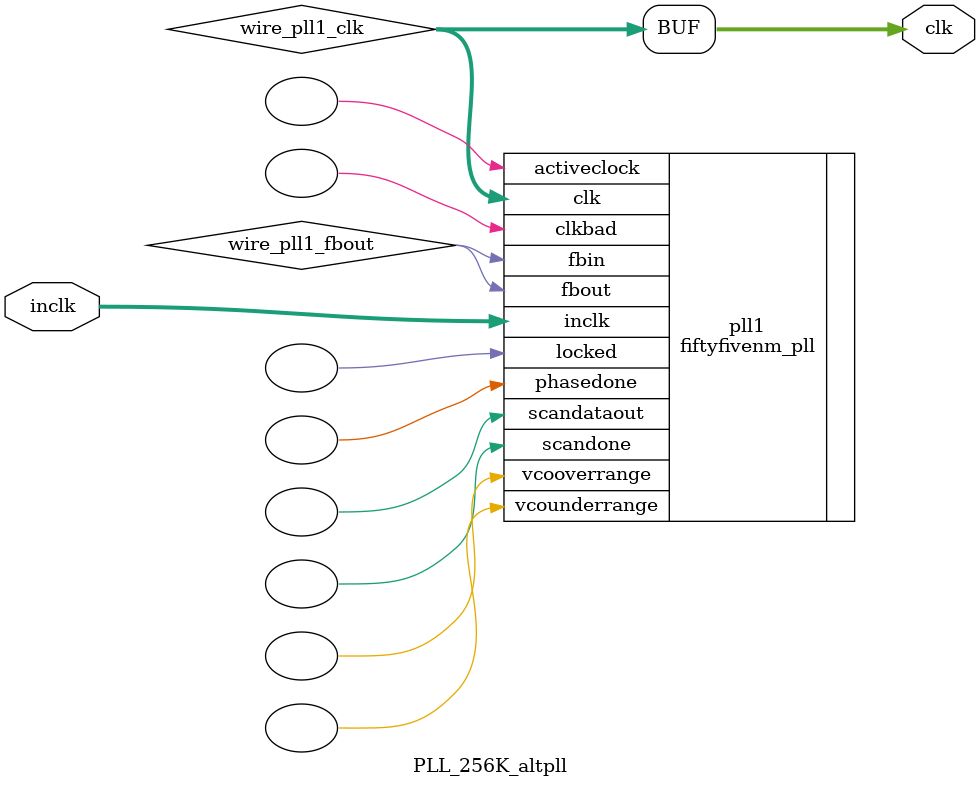
<source format=v>






//synthesis_resources = fiftyfivenm_pll 1 
//synopsys translate_off
`timescale 1 ps / 1 ps
//synopsys translate_on
module  PLL_256K_altpll
	( 
	clk,
	inclk) /* synthesis synthesis_clearbox=1 */;
	output   [4:0]  clk;
	input   [1:0]  inclk;
`ifndef ALTERA_RESERVED_QIS
// synopsys translate_off
`endif
	tri0   [1:0]  inclk;
`ifndef ALTERA_RESERVED_QIS
// synopsys translate_on
`endif

	wire  [4:0]   wire_pll1_clk;
	wire  wire_pll1_fbout;

	fiftyfivenm_pll   pll1
	( 
	.activeclock(),
	.clk(wire_pll1_clk),
	.clkbad(),
	.fbin(wire_pll1_fbout),
	.fbout(wire_pll1_fbout),
	.inclk(inclk),
	.locked(),
	.phasedone(),
	.scandataout(),
	.scandone(),
	.vcooverrange(),
	.vcounderrange()
	`ifndef FORMAL_VERIFICATION
	// synopsys translate_off
	`endif
	,
	.areset(1'b0),
	.clkswitch(1'b0),
	.configupdate(1'b0),
	.pfdena(1'b1),
	.phasecounterselect({3{1'b0}}),
	.phasestep(1'b0),
	.phaseupdown(1'b0),
	.scanclk(1'b0),
	.scanclkena(1'b1),
	.scandata(1'b0)
	`ifndef FORMAL_VERIFICATION
	// synopsys translate_on
	`endif
	);
	defparam
		pll1.bandwidth_type = "auto",
		pll1.clk0_divide_by = 375,
		pll1.clk0_duty_cycle = 50,
		pll1.clk0_multiply_by = 8,
		pll1.clk0_phase_shift = "0",
		pll1.compensate_clock = "clk0",
		pll1.inclk0_input_frequency = 83333,
		pll1.operation_mode = "normal",
		pll1.pll_type = "auto",
		pll1.lpm_type = "fiftyfivenm_pll";
	assign
		clk = {wire_pll1_clk[4:0]};
endmodule //PLL_256K_altpll
//VALID FILE

</source>
